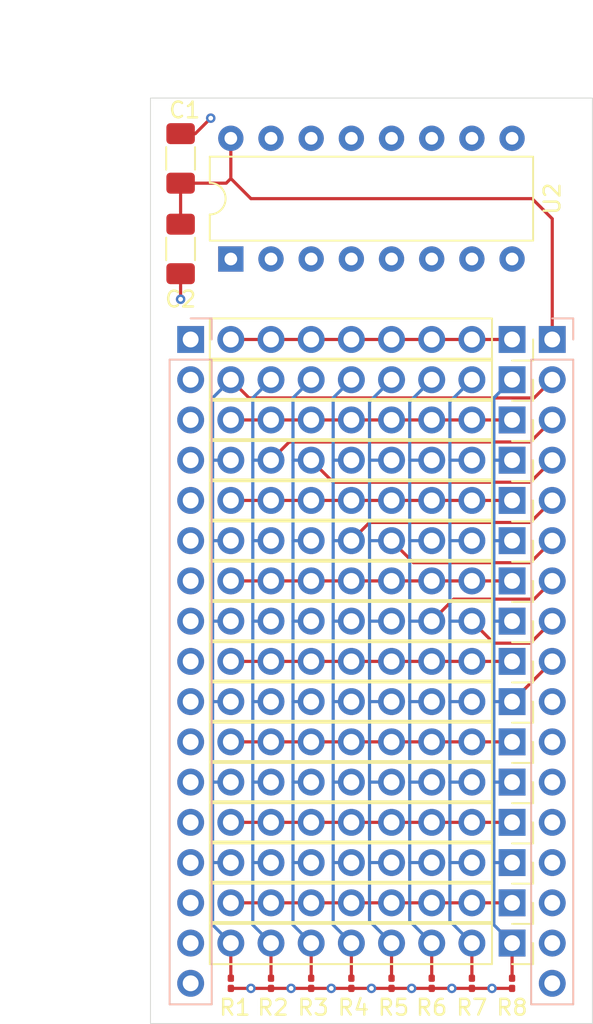
<source format=kicad_pcb>
(kicad_pcb (version 20240108) (generator "pcbnew") (generator_version "8.0")
  (title_block (title "Empty Project") (rev "v00") (company "Pax Instruments"))
  (layers (0 "F.Cu" signal) (1 "In1.Cu" signal) (2 "In2.Cu" signal) (31 "B.Cu" signal) (34 "B.Paste" user) (35 "F.Paste" user) (36 "B.SilkS" user "B.Silkscreen") (37 "F.SilkS" user "F.Silkscreen") (38 "B.Mask" user) (39 "F.Mask" user) (44 "Edge.Cuts" user))
  (net 0 "")
  (net 1 "D5")
  (net 2 "D7")
  (net 3 "D6")
  (net 4 "D3")
  (net 5 "D1")
  (net 6 "D0")
  (net 7 "D4")
  (net 8 "D2")
  (net 9 "Y0")
  (net 10 "Y1")
  (net 11 "Y2")
  (net 12 "Y3")
  (net 13 "Y4")
  (net 14 "Y5")
  (net 15 "Y6")
  (net 16 "Y7")
  (net 21 "VDD")
  (net 29 "A1")
  (net 30 "~{E0}")
  (net 31 "GND")
  (net 38 "A2")
  (net 39 "A0")
  (net 40 "~{E1}")
  (net 42 "E2")
  (footprint "Connector_PinSocket_2.54mm:PinSocket_1x08_P2.54mm_Vertical" (layer "F.Cu") (at 137.16 114.3 -90)
    (property "Reference" "J7" (hide yes))
    (property "Value" "Conn_01x08_Socket" (hide yes))
  )
  (footprint "Resistor_SMD:R_0201_0603Metric" (layer "F.Cu") (at 121.92 132.08 -90)
    (property "Reference" "R2")
    (property "Value" "10k" (hide yes))
  )
  (footprint "Resistor_SMD:R_0201_0603Metric" (layer "F.Cu") (at 137.16 132.08 -90)
    (property "Reference" "R8")
    (property "Value" "10k" (hide yes))
  )
  (footprint "Resistor_SMD:R_0201_0603Metric" (layer "F.Cu") (at 119.38 132.08 -90)
    (property "Reference" "R1")
    (property "Value" "10k" (hide yes))
  )
  (footprint "Capacitor_SMD:C_1206_3216Metric_Pad1.33x1.80mm_HandSolder" (layer "F.Cu") (at 116.205 85.725 -90)
    (property "Reference" "C2")
    (property "Value" "1 uF")
  )
  (footprint "Capacitor_SMD:C_1206_3216Metric_Pad1.33x1.80mm_HandSolder" (layer "F.Cu") (at 116.205 80.01 90)
    (property "Reference" "C1")
    (property "Value" "0.1 uF" (hide yes))
  )
  (footprint "Resistor_SMD:R_0201_0603Metric" (layer "F.Cu") (at 132.08 132.08 -90)
    (property "Reference" "R6")
    (property "Value" "10k" (hide yes))
  )
  (footprint "Resistor_SMD:R_0201_0603Metric" (layer "F.Cu") (at 134.62 132.08 -90)
    (property "Reference" "R7")
    (property "Value" "10k" (hide yes))
  )
  (footprint "Connector_PinSocket_2.54mm:PinSocket_1x08_P2.54mm_Vertical" (layer "F.Cu") (at 137.16 119.38 -90)
    (property "Reference" "J5" (hide yes))
    (property "Value" "Conn_01x08_Socket" (hide yes))
  )
  (footprint "Connector_PinSocket_2.54mm:PinSocket_1x08_P2.54mm_Vertical" (layer "F.Cu") (at 137.16 101.6 -90)
    (property "Reference" "J12" (hide yes))
    (property "Value" "Conn_01x08_Socket" (hide yes))
  )
  (footprint "Connector_PinSocket_2.54mm:PinSocket_1x08_P2.54mm_Vertical" (layer "F.Cu") (at 137.16 96.52 -90)
    (property "Reference" "J14" (hide yes))
    (property "Value" "Conn_01x08_Socket" (hide yes))
  )
  (footprint "Connector_PinSocket_2.54mm:PinSocket_1x08_P2.54mm_Vertical" (layer "F.Cu") (at 137.16 106.68 -90)
    (property "Reference" "J10" (hide yes))
    (property "Value" "Conn_01x08_Socket" (hide yes))
  )
  (footprint "Connector_PinSocket_2.54mm:PinSocket_1x08_P2.54mm_Vertical" (layer "F.Cu") (at 137.16 104.14 -90)
    (property "Reference" "J11" (hide yes))
    (property "Value" "Conn_01x08_Socket" (hide yes))
  )
  (footprint "Package_DIP:DIP-16_W7.62mm" (layer "F.Cu") (at 119.38 86.36 90)
    (property "Reference" "U2")
    (property "Value" "74HC238" (hide yes))
  )
  (footprint "Resistor_SMD:R_0201_0603Metric" (layer "F.Cu") (at 127 132.08 -90)
    (property "Reference" "R4")
    (property "Value" "10k" (hide yes))
  )
  (footprint "Connector_PinSocket_2.54mm:PinSocket_1x08_P2.54mm_Vertical" (layer "F.Cu") (at 137.16 124.46 -90)
    (property "Reference" "J3" (hide yes))
    (property "Value" "Conn_01x08_Socket" (hide yes))
  )
  (footprint "Resistor_SMD:R_0201_0603Metric" (layer "F.Cu") (at 129.54 132.08 -90)
    (property "Reference" "R5")
    (property "Value" "10k" (hide yes))
  )
  (footprint "Resistor_SMD:R_0201_0603Metric" (layer "F.Cu") (at 124.46 132.08 -90)
    (property "Reference" "R3")
    (property "Value" "10k" (hide yes))
  )
  (footprint "Connector_PinSocket_2.54mm:PinSocket_1x08_P2.54mm_Vertical" (layer "F.Cu") (at 137.16 121.92 -90)
    (property "Reference" "J4" (hide yes))
    (property "Value" "Conn_01x08_Socket" (hide yes))
  )
  (footprint "Connector_PinSocket_2.54mm:PinSocket_1x08_P2.54mm_Vertical" (layer "F.Cu") (at 137.16 93.98 -90)
    (property "Reference" "J15" (hide yes))
    (property "Value" "Conn_01x08_Socket" (hide yes))
  )
  (footprint "Connector_PinSocket_2.54mm:PinSocket_1x08_P2.54mm_Vertical" (layer "F.Cu") (at 137.16 91.44 -90)
    (property "Reference" "J16" (hide yes))
    (property "Value" "Conn_01x08_Socket" (hide yes))
  )
  (footprint "Connector_PinSocket_2.54mm:PinSocket_1x08_P2.54mm_Vertical" (layer "F.Cu") (at 137.16 116.84 -90)
    (property "Reference" "J6" (hide yes))
    (property "Value" "Conn_01x08_Socket" (hide yes))
  )
  (footprint "Connector_PinSocket_2.54mm:PinSocket_1x08_P2.54mm_Vertical" (layer "F.Cu") (at 137.16 109.22 -90)
    (property "Reference" "J9" (hide yes))
    (property "Value" "Conn_01x08_Socket" (hide yes))
  )
  (footprint "Connector_PinSocket_2.54mm:PinSocket_1x08_P2.54mm_Vertical" (layer "F.Cu") (at 137.16 127 -90)
    (property "Reference" "J2" (hide yes))
    (property "Value" "Conn_01x08_Socket" (hide yes))
  )
  (footprint "Connector_PinSocket_2.54mm:PinSocket_1x08_P2.54mm_Vertical" (layer "F.Cu") (at 137.16 99.06 -90)
    (property "Reference" "J13" (hide yes))
    (property "Value" "Conn_01x08_Socket" (hide yes))
  )
  (footprint "Connector_PinSocket_2.54mm:PinSocket_1x08_P2.54mm_Vertical" (layer "F.Cu") (at 137.16 129.54 -90)
    (property "Reference" "J1" (hide yes))
    (property "Value" "Conn_01x08_Socket" (hide yes))
  )
  (footprint "Connector_PinSocket_2.54mm:PinSocket_1x08_P2.54mm_Vertical" (layer "F.Cu") (at 137.16 111.76 -90)
    (property "Reference" "J8" (hide yes))
    (property "Value" "Conn_01x08_Socket" (hide yes))
  )
  (footprint "Connector_PinHeader_2.54mm:PinHeader_1x17_P2.54mm_Vertical" (layer "B.Cu") (at 116.84 91.44 180)
    (property "Reference" "J18" (hide yes))
    (property "Value" "Conn_01x17_Pin" (hide yes))
  )
  (footprint "Connector_PinHeader_2.54mm:PinHeader_1x17_P2.54mm_Vertical" (layer "B.Cu") (at 139.7 91.44 180)
    (property "Reference" "J17" (hide yes))
    (property "Value" "Conn_01x17_Pin" (hide yes))
  )
  (gr_rect (start 114.3 76.2) (end 142.24 134.62) (stroke (width 0.05)) (fill none) (layer "Edge.Cuts"))
  (segment (start 125.85 100.45) (end 124.46 99.06) (width 0.2) (layer "F.Cu") (net 1))
  (segment (start 124.46 129.54) (end 124.46 131.76) (width 0.2) (layer "F.Cu") (net 1))
  (segment (start 138.31 100.45) (end 125.85 100.45) (width 0.2) (layer "F.Cu") (net 1))
  (segment (start 139.7 99.06) (end 138.31 100.45) (width 0.2) (layer "F.Cu") (net 1))
  (segment (start 124.46 114.3) (end 123.31 114.3) (width 0.2) (layer "B.Cu") (net 1))
  (segment (start 123.31 124.46) (end 123.31 128.39) (width 0.2) (layer "B.Cu") (net 1))
  (segment (start 123.31 104.14) (end 123.31 109.22) (width 0.2) (layer "B.Cu") (net 1))
  (segment (start 123.31 119.38) (end 123.31 124.46) (width 0.2) (layer "B.Cu") (net 1))
  (segment (start 124.46 104.14) (end 123.31 104.14) (width 0.2) (layer "B.Cu") (net 1))
  (segment (start 124.46 93.98) (end 123.31 95.13) (width 0.2) (layer "B.Cu") (net 1))
  (segment (start 124.46 99.06) (end 123.31 99.06) (width 0.2) (layer "B.Cu") (net 1))
  (segment (start 124.46 119.38) (end 123.31 119.38) (width 0.2) (layer "B.Cu") (net 1))
  (segment (start 123.31 95.13) (end 123.31 99.06) (width 0.2) (layer "B.Cu") (net 1))
  (segment (start 123.31 128.39) (end 124.46 129.54) (width 0.2) (layer "B.Cu") (net 1))
  (segment (start 123.31 99.06) (end 123.31 104.14) (width 0.2) (layer "B.Cu") (net 1))
  (segment (start 124.46 124.46) (end 123.31 124.46) (width 0.2) (layer "B.Cu") (net 1))
  (segment (start 123.31 114.3) (end 123.31 119.38) (width 0.2) (layer "B.Cu") (net 1))
  (segment (start 123.31 109.22) (end 123.31 114.3) (width 0.2) (layer "B.Cu") (net 1))
  (segment (start 124.46 109.22) (end 123.31 109.22) (width 0.2) (layer "B.Cu") (net 1))
  (segment (start 119.38 93.98) (end 120.53 95.13) (width 0.2) (layer "F.Cu") (net 2))
  (segment (start 120.53 95.13) (end 138.55 95.13) (width 0.2) (layer "F.Cu") (net 2))
  (segment (start 138.55 95.13) (end 139.7 93.98) (width 0.2) (layer "F.Cu") (net 2))
  (segment (start 119.38 129.54) (end 119.38 131.76) (width 0.2) (layer "F.Cu") (net 2))
  (segment (start 118.23 114.3) (end 118.23 119.38) (width 0.2) (layer "B.Cu") (net 2))
  (segment (start 119.38 104.14) (end 118.23 104.14) (width 0.2) (layer "B.Cu") (net 2))
  (segment (start 118.23 99.06) (end 118.23 104.14) (width 0.2) (layer "B.Cu") (net 2))
  (segment (start 118.23 124.46) (end 118.23 128.39) (width 0.2) (layer "B.Cu") (net 2))
  (segment (start 119.38 99.06) (end 118.23 99.06) (width 0.2) (layer "B.Cu") (net 2))
  (segment (start 119.38 109.22) (end 118.23 109.22) (width 0.2) (layer "B.Cu") (net 2))
  (segment (start 119.38 114.3) (end 118.23 114.3) (width 0.2) (layer "B.Cu") (net 2))
  (segment (start 118.23 95.13) (end 118.23 99.06) (width 0.2) (layer "B.Cu") (net 2))
  (segment (start 118.23 104.14) (end 118.23 109.22) (width 0.2) (layer "B.Cu") (net 2))
  (segment (start 119.38 124.46) (end 118.23 124.46) (width 0.2) (layer "B.Cu") (net 2))
  (segment (start 119.38 119.38) (end 118.23 119.38) (width 0.2) (layer "B.Cu") (net 2))
  (segment (start 119.38 93.98) (end 118.23 95.13) (width 0.2) (layer "B.Cu") (net 2))
  (segment (start 118.23 128.39) (end 119.38 129.54) (width 0.2) (layer "B.Cu") (net 2))
  (segment (start 118.23 119.38) (end 118.23 124.46) (width 0.2) (layer "B.Cu") (net 2))
  (segment (start 118.23 109.22) (end 118.23 114.3) (width 0.2) (layer "B.Cu") (net 2))
  (segment (start 139.7 96.52) (end 138.31 97.91) (width 0.2) (layer "F.Cu") (net 3))
  (segment (start 121.92 129.54) (end 121.92 131.76) (width 0.2) (layer "F.Cu") (net 3))
  (segment (start 138.31 97.91) (end 123.07 97.91) (width 0.2) (layer "F.Cu") (net 3))
  (segment (start 123.07 97.91) (end 121.92 99.06) (width 0.2) (layer "F.Cu") (net 3))
  (segment (start 121.92 104.14) (end 120.77 104.14) (width 0.2) (layer "B.Cu") (net 3))
  (segment (start 120.77 128.39) (end 121.92 129.54) (width 0.2) (layer "B.Cu") (net 3))
  (segment (start 121.92 124.46) (end 120.77 124.46) (width 0.2) (layer "B.Cu") (net 3))
  (segment (start 120.77 124.46) (end 120.77 128.39) (width 0.2) (layer "B.Cu") (net 3))
  (segment (start 121.92 109.22) (end 120.77 109.22) (width 0.2) (layer "B.Cu") (net 3))
  (segment (start 121.92 119.38) (end 120.77 119.38) (width 0.2) (layer "B.Cu") (net 3))
  (segment (start 121.92 114.3) (end 120.77 114.3) (width 0.2) (layer "B.Cu") (net 3))
  (segment (start 120.77 109.22) (end 120.77 114.3) (width 0.2) (layer "B.Cu") (net 3))
  (segment (start 121.92 99.06) (end 120.77 99.06) (width 0.2) (layer "B.Cu") (net 3))
  (segment (start 120.77 95.13) (end 120.77 99.06) (width 0.2) (layer "B.Cu") (net 3))
  (segment (start 120.77 114.3) (end 120.77 119.38) (width 0.2) (layer "B.Cu") (net 3))
  (segment (start 120.77 119.38) (end 120.77 124.46) (width 0.2) (layer "B.Cu") (net 3))
  (segment (start 120.77 99.06) (end 120.77 104.14) (width 0.2) (layer "B.Cu") (net 3))
  (segment (start 120.77 104.14) (end 120.77 109.22) (width 0.2) (layer "B.Cu") (net 3))
  (segment (start 121.92 93.98) (end 120.77 95.13) (width 0.2) (layer "B.Cu") (net 3))
  (segment (start 129.54 129.54) (end 129.54 131.76) (width 0.2) (layer "F.Cu") (net 4))
  (segment (start 130.93 105.53) (end 129.54 104.14) (width 0.2) (layer "F.Cu") (net 4))
  (segment (start 139.7 104.14) (end 138.31 105.53) (width 0.2) (layer "F.Cu") (net 4))
  (segment (start 138.31 105.53) (end 130.93 105.53) (width 0.2) (layer "F.Cu") (net 4))
  (segment (start 129.54 114.3) (end 128.15 114.3) (width 0.2) (layer "B.Cu") (net 4))
  (segment (start 129.54 109.22) (end 128.15 109.22) (width 0.2) (layer "B.Cu") (net 4))
  (segment (start 128.15 109.22) (end 128.15 114.3) (width 0.2) (layer "B.Cu") (net 4))
  (segment (start 128.15 95.37) (end 128.15 99.06) (width 0.2) (layer "B.Cu") (net 4))
  (segment (start 129.54 119.38) (end 128.15 119.38) (width 0.2) (layer "B.Cu") (net 4))
  (segment (start 128.15 128.15) (end 129.54 129.54) (width 0.2) (layer "B.Cu") (net 4))
  (segment (start 129.54 104.14) (end 128.15 104.14) (width 0.2) (layer "B.Cu") (net 4))
  (segment (start 128.15 104.14) (end 128.15 109.22) (width 0.2) (layer "B.Cu") (net 4))
  (segment (start 129.54 124.46) (end 128.15 124.46) (width 0.2) (layer "B.Cu") (net 4))
  (segment (start 129.54 99.06) (end 128.15 99.06) (width 0.2) (layer "B.Cu") (net 4))
  (segment (start 129.54 93.98) (end 128.15 95.37) (width 0.2) (layer "B.Cu") (net 4))
  (segment (start 128.15 124.46) (end 128.15 128.15) (width 0.2) (layer "B.Cu") (net 4))
  (segment (start 128.15 99.06) (end 128.15 104.14) (width 0.2) (layer "B.Cu") (net 4))
  (segment (start 128.15 114.3) (end 128.15 119.38) (width 0.2) (layer "B.Cu") (net 4))
  (segment (start 128.15 119.38) (end 128.15 124.46) (width 0.2) (layer "B.Cu") (net 4))
  (segment (start 134.62 129.54) (end 134.62 131.76) (width 0.2) (layer "F.Cu") (net 5))
  (segment (start 136.01 110.61) (end 134.62 109.22) (width 0.2) (layer "F.Cu") (net 5))
  (segment (start 138.31 110.61) (end 136.01 110.61) (width 0.2) (layer "F.Cu") (net 5))
  (segment (start 139.7 109.22) (end 138.31 110.61) (width 0.2) (layer "F.Cu") (net 5))
  (segment (start 133.23 99.06) (end 133.23 104.14) (width 0.2) (layer "B.Cu") (net 5))
  (segment (start 134.62 119.38) (end 133.23 119.38) (width 0.2) (layer "B.Cu") (net 5))
  (segment (start 134.62 93.98) (end 133.23 95.37) (width 0.2) (layer "B.Cu") (net 5))
  (segment (start 134.62 109.22) (end 133.23 109.22) (width 0.2) (layer "B.Cu") (net 5))
  (segment (start 134.62 114.3) (end 133.23 114.3) (width 0.2) (layer "B.Cu") (net 5))
  (segment (start 133.23 128.15) (end 134.62 129.54) (width 0.2) (layer "B.Cu") (net 5))
  (segment (start 133.23 95.37) (end 133.23 99.06) (width 0.2) (layer "B.Cu") (net 5))
  (segment (start 134.62 104.14) (end 133.23 104.14) (width 0.2) (layer "B.Cu") (net 5))
  (segment (start 133.23 104.14) (end 133.23 109.22) (width 0.2) (layer "B.Cu") (net 5))
  (segment (start 134.62 124.46) (end 133.23 124.46) (width 0.2) (layer "B.Cu") (net 5))
  (segment (start 133.23 109.22) (end 133.23 114.3) (width 0.2) (layer "B.Cu") (net 5))
  (segment (start 133.23 124.46) (end 133.23 128.15) (width 0.2) (layer "B.Cu") (net 5))
  (segment (start 133.23 119.38) (end 133.23 124.46) (width 0.2) (layer "B.Cu") (net 5))
  (segment (start 134.62 99.06) (end 133.23 99.06) (width 0.2) (layer "B.Cu") (net 5))
  (segment (start 133.23 114.3) (end 133.23 119.38) (width 0.2) (layer "B.Cu") (net 5))
  (segment (start 139.7 111.76) (end 137.16 114.3) (width 0.2) (layer "F.Cu") (net 6))
  (segment (start 137.16 129.54) (end 137.16 131.76) (width 0.2) (layer "F.Cu") (net 6))
  (segment (start 136.01 128.39) (end 137.16 129.54) (width 0.2) (layer "B.Cu") (net 6))
  (segment (start 137.16 119.38) (end 136.01 119.38) (width 0.2) (layer "B.Cu") (net 6))
  (segment (start 137.16 114.3) (end 136.01 114.3) (width 0.2) (layer "B.Cu") (net 6))
  (segment (start 137.16 93.98) (end 136.01 95.13) (width 0.2) (layer "B.Cu") (net 6))
  (segment (start 137.16 109.22) (end 136.01 109.22) (width 0.2) (layer "B.Cu") (net 6))
  (segment (start 136.01 119.38) (end 136.01 124.46) (width 0.2) (layer "B.Cu") (net 6))
  (segment (start 137.16 124.46) (end 136.01 124.46) (width 0.2) (layer "B.Cu") (net 6))
  (segment (start 136.01 114.3) (end 136.01 119.38) (width 0.2) (layer "B.Cu") (net 6))
  (segment (start 136.01 99.06) (end 136.01 104.14) (width 0.2) (layer "B.Cu") (net 6))
  (segment (start 136.01 124.46) (end 136.01 128.39) (width 0.2) (layer "B.Cu") (net 6))
  (segment (start 137.16 99.06) (end 136.01 99.06) (width 0.2) (layer "B.Cu") (net 6))
  (segment (start 137.16 104.14) (end 136.01 104.14) (width 0.2) (layer "B.Cu") (net 6))
  (segment (start 136.01 95.13) (end 136.01 99.06) (width 0.2) (layer "B.Cu") (net 6))
  (segment (start 136.01 109.22) (end 136.01 114.3) (width 0.2) (layer "B.Cu") (net 6))
  (segment (start 136.01 104.14) (end 136.01 109.22) (width 0.2) (layer "B.Cu") (net 6))
  (segment (start 127 129.54) (end 127 131.76) (width 0.2) (layer "F.Cu") (net 7))
  (segment (start 128.15 102.99) (end 127 104.14) (width 0.2) (layer "F.Cu") (net 7))
  (segment (start 139.7 101.6) (end 138.31 102.99) (width 0.2) (layer "F.Cu") (net 7))
  (segment (start 138.31 102.99) (end 128.15 102.99) (width 0.2) (layer "F.Cu") (net 7))
  (segment (start 125.85 128.39) (end 127 129.54) (width 0.2) (layer "B.Cu") (net 7))
  (segment (start 125.85 114.3) (end 125.85 119.38) (width 0.2) (layer "B.Cu") (net 7))
  (segment (start 125.85 104.14) (end 125.85 109.22) (width 0.2) (layer "B.Cu") (net 7))
  (segment (start 127 93.98) (end 125.85 95.13) (width 0.2) (layer "B.Cu") (net 7))
  (segment (start 125.85 124.46) (end 125.85 128.39) (width 0.2) (layer "B.Cu") (net 7))
  (segment (start 127 124.46) (end 125.85 124.46) (width 0.2) (layer "B.Cu") (net 7))
  (segment (start 125.85 95.13) (end 125.85 99.06) (width 0.2) (layer "B.Cu") (net 7))
  (segment (start 127 119.38) (end 125.85 119.38) (width 0.2) (layer "B.Cu") (net 7))
  (segment (start 127 114.3) (end 125.85 114.3) (width 0.2) (layer "B.Cu") (net 7))
  (segment (start 127 99.06) (end 125.85 99.06) (width 0.2) (layer "B.Cu") (net 7))
  (segment (start 125.85 119.38) (end 125.85 124.46) (width 0.2) (layer "B.Cu") (net 7))
  (segment (start 127 104.14) (end 125.85 104.14) (width 0.2) (layer "B.Cu") (net 7))
  (segment (start 127 109.22) (end 125.85 109.22) (width 0.2) (layer "B.Cu") (net 7))
  (segment (start 125.85 99.06) (end 125.85 104.14) (width 0.2) (layer "B.Cu") (net 7))
  (segment (start 125.85 109.22) (end 125.85 114.3) (width 0.2) (layer "B.Cu") (net 7))
  (segment (start 139.7 106.68) (end 138.55 107.83) (width 0.2) (layer "F.Cu") (net 8))
  (segment (start 132.08 129.54) (end 132.08 131.76) (width 0.2) (layer "F.Cu") (net 8))
  (segment (start 133.47 107.83) (end 132.08 109.22) (width 0.2) (layer "F.Cu") (net 8))
  (segment (start 138.55 107.83) (end 133.47 107.83) (width 0.2) (layer "F.Cu") (net 8))
  (segment (start 130.69 124.46) (end 130.69 128.15) (width 0.2) (layer "B.Cu") (net 8))
  (segment (start 132.08 104.14) (end 130.69 104.14) (width 0.2) (layer "B.Cu") (net 8))
  (segment (start 130.69 114.3) (end 130.69 119.38) (width 0.2) (layer "B.Cu") (net 8))
  (segment (start 132.08 114.3) (end 130.69 114.3) (width 0.2) (layer "B.Cu") (net 8))
  (segment (start 132.08 124.46) (end 130.69 124.46) (width 0.2) (layer "B.Cu") (net 8))
  (segment (start 130.69 128.15) (end 132.08 129.54) (width 0.2) (layer "B.Cu") (net 8))
  (segment (start 132.08 119.38) (end 130.69 119.38) (width 0.2) (layer "B.Cu") (net 8))
  (segment (start 132.08 109.22) (end 130.69 109.22) (width 0.2) (layer "B.Cu") (net 8))
  (segment (start 130.69 119.38) (end 130.69 124.46) (width 0.2) (layer "B.Cu") (net 8))
  (segment (start 130.69 99.06) (end 130.69 104.14) (width 0.2) (layer "B.Cu") (net 8))
  (segment (start 130.69 109.22) (end 130.69 114.3) (width 0.2) (layer "B.Cu") (net 8))
  (segment (start 132.08 99.06) (end 130.69 99.06) (width 0.2) (layer "B.Cu") (net 8))
  (segment (start 132.08 93.98) (end 130.69 95.37) (width 0.2) (layer "B.Cu") (net 8))
  (segment (start 130.69 95.37) (end 130.69 99.06) (width 0.2) (layer "B.Cu") (net 8))
  (segment (start 130.69 104.14) (end 130.69 109.22) (width 0.2) (layer "B.Cu") (net 8))
  (segment (start 134.62 127) (end 137.16 127) (width 0.2) (layer "F.Cu") (net 9))
  (segment (start 119.38 127) (end 134.62 127) (width 0.2) (layer "F.Cu") (net 9))
  (segment (start 119.38 121.92) (end 134.62 121.92) (width 0.2) (layer "F.Cu") (net 10))
  (segment (start 134.62 121.92) (end 137.16 121.92) (width 0.2) (layer "F.Cu") (net 10))
  (segment (start 119.38 116.84) (end 134.62 116.84) (width 0.2) (layer "F.Cu") (net 11))
  (segment (start 134.62 116.84) (end 137.16 116.84) (width 0.2) (layer "F.Cu") (net 11))
  (segment (start 119.38 111.76) (end 134.62 111.76) (width 0.2) (layer "F.Cu") (net 12))
  (segment (start 134.62 111.76) (end 137.16 111.76) (width 0.2) (layer "F.Cu") (net 12))
  (segment (start 134.62 106.68) (end 137.16 106.68) (width 0.2) (layer "F.Cu") (net 13))
  (segment (start 119.38 106.68) (end 134.62 106.68) (width 0.2) (layer "F.Cu") (net 13))
  (segment (start 119.38 101.6) (end 137.16 101.6) (width 0.2) (layer "F.Cu") (net 14))
  (segment (start 119.38 96.52) (end 137.16 96.52) (width 0.2) (layer "F.Cu") (net 15))
  (segment (start 119.38 91.44) (end 134.62 91.44) (width 0.2) (layer "F.Cu") (net 16))
  (segment (start 134.62 91.44) (end 137.16 91.44) (width 0.2) (layer "F.Cu") (net 16))
  (segment (start 138.43 82.55) (end 139.7 83.82) (width 0.2) (layer "F.Cu") (net 21))
  (segment (start 116.205 84.1625) (end 116.205 81.5725) (width 0.2) (layer "F.Cu") (net 21))
  (segment (start 139.7 83.82) (end 139.7 91.44) (width 0.2) (layer "F.Cu") (net 21))
  (segment (start 120.65 82.55) (end 138.43 82.55) (width 0.2) (layer "F.Cu") (net 21))
  (segment (start 119.38 78.74) (end 119.38 81.28) (width 0.2) (layer "F.Cu") (net 21))
  (segment (start 119.38 81.28) (end 120.65 82.55) (width 0.2) (layer "F.Cu") (net 21))
  (segment (start 116.205 81.5725) (end 119.0875 81.5725) (width 0.2) (layer "F.Cu") (net 21))
  (segment (start 119.0875 81.5725) (end 119.38 81.28) (width 0.2) (layer "F.Cu") (net 21))
  (segment (start 133.35 132.4) (end 135.89 132.4) (width 0.2) (layer "F.Cu") (net 31))
  (segment (start 116.205 88.9) (end 116.205 87.2875) (width 0.2) (layer "F.Cu") (net 31))
  (segment (start 130.81 132.4) (end 133.35 132.4) (width 0.2) (layer "F.Cu") (net 31))
  (segment (start 135.89 132.4) (end 137.16 132.4) (width 0.2) (layer "F.Cu") (net 31))
  (segment (start 128.27 132.4) (end 130.81 132.4) (width 0.2) (layer "F.Cu") (net 31))
  (segment (start 117.1325 78.4475) (end 118.11 77.47) (width 0.2) (layer "F.Cu") (net 31))
  (segment (start 120.65 132.4) (end 123.19 132.4) (width 0.2) (layer "F.Cu") (net 31))
  (segment (start 125.73 132.4) (end 128.27 132.4) (width 0.2) (layer "F.Cu") (net 31))
  (segment (start 123.19 132.4) (end 125.73 132.4) (width 0.2) (layer "F.Cu") (net 31))
  (segment (start 119.38 132.4) (end 120.65 132.4) (width 0.2) (layer "F.Cu") (net 31))
  (segment (start 116.205 78.4475) (end 117.1325 78.4475) (width 0.2) (layer "F.Cu") (net 31))
  (via (at 133.35 132.4) (size 0.6) (drill 0.3) (layers "F.Cu" "B.Cu") (net 31))
  (via (at 125.73 132.4) (size 0.6) (drill 0.3) (layers "F.Cu" "B.Cu") (net 31))
  (via (at 120.65 132.4) (size 0.6) (drill 0.3) (layers "F.Cu" "B.Cu") (net 31))
  (via (at 128.27 132.4) (size 0.6) (drill 0.3) (layers "F.Cu" "B.Cu") (net 31))
  (via (at 116.205 88.9) (size 0.6) (drill 0.3) (layers "F.Cu" "B.Cu") (net 31))
  (via (at 118.11 77.47) (size 0.6) (drill 0.3) (layers "F.Cu" "B.Cu") (net 31))
  (via (at 135.89 132.4) (size 0.6) (drill 0.3) (layers "F.Cu" "B.Cu") (net 31))
  (via (at 130.81 132.4) (size 0.6) (drill 0.3) (layers "F.Cu" "B.Cu") (net 31))
  (via (at 123.19 132.4) (size 0.6) (drill 0.3) (layers "F.Cu" "B.Cu") (net 31))
)
</source>
